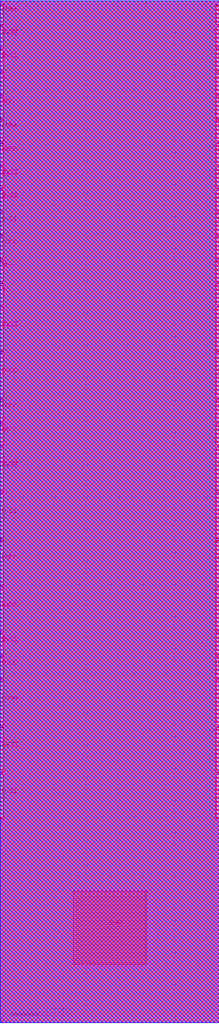
<source format=lef>
# Copyright 2022 GlobalFoundries PDK Authors
#
# Licensed under the Apache License, Version 2.0 (the "License");
# you may not use this file except in compliance with the License.
# You may obtain a copy of the License at
#
#     http://www.apache.org/licenses/LICENSE-2.0
#
# Unless required by applicable law or agreed to in writing, software
# distributed under the License is distributed on an "AS IS" BASIS,
# WITHOUT WARRANTIES OR CONDITIONS OF ANY KIND, either express or implied.
# See the License for the specific language governing permissions and
# limitations under the License.

MACRO gf180mcu_fd_io__in_c
  CLASS PAD INPUT ;
  ORIGIN 0 0 ;
  FOREIGN gf180mcu_fd_io__in_c 0 0 ;
  SIZE 75 BY 350 ;
  SYMMETRY X Y R90 ;
  SITE GF_IO_Site ;
    PIN PAD
        DIRECTION INPUT ;
        USE SIGNAL ;
        PORT
        LAYER Metal5  ;
        RECT 25.000 20.000 50.000 45.000 ;
        END
    END PAD
  PIN PD
    DIRECTION INPUT ;
    USE SIGNAL ;
    ANTENNADIFFAREA 1 LAYER Metal2 ;
      ANTENNAGATEAREA 10.5 LAYER Metal2 ;
    PORT
        CLASS CORE ;
      LAYER Metal2 ;
        RECT 10.33 349.62 10.71 350 ;
    END
  END PD
  PIN PU
    DIRECTION INPUT ;
    USE SIGNAL ;
    ANTENNADIFFAREA 2.98 LAYER Metal2 ;
      ANTENNAGATEAREA 7.35 LAYER Metal2 ;
    PORT
        CLASS CORE ;
      LAYER Metal2 ;
        RECT 5.965 349.62 6.345 350 ;
    END
  END PU
  PIN Y
    DIRECTION OUTPUT ;
    USE SIGNAL ;
    ANTENNADIFFAREA 7.8 LAYER Metal2 ;
    PORT
        CLASS CORE ;
      LAYER Metal2 ;
        RECT 70.86 349.62 71.24 350 ;
    END
  END Y
  PIN DVDD
    DIRECTION INOUT ;
    USE POWER ;
    PORT
      LAYER Metal5 ;
        RECT 74 118 75 125 ;
    END
    PORT
      LAYER Metal5 ;
        RECT 74 182 75 197 ;
    END
    PORT
      LAYER Metal5 ;
        RECT 74 166 75 181 ;
    END
    PORT
      LAYER Metal5 ;
        RECT 74 150 75 165 ;
    END
    PORT
      LAYER Metal5 ;
        RECT 74 134 75 149 ;
    END
    PORT
      LAYER Metal5 ;
        RECT 74 214 75 229 ;
    END
    PORT
      LAYER Metal5 ;
        RECT 74 206 75 213 ;
    END
    PORT
      LAYER Metal5 ;
        RECT 74 278 75 285 ;
    END
    PORT
      LAYER Metal5 ;
        RECT 74 270 75 277 ;
    END
    PORT
      LAYER Metal5 ;
        RECT 74 262 75 269 ;
    END
    PORT
      LAYER Metal5 ;
        RECT 74 294 75 301 ;
    END
    PORT
      LAYER Metal5 ;
        RECT 74 334 75 341 ;
    END
    PORT
      LAYER Metal4 ;
        RECT 74 118 75 125 ;
    END
    PORT
      LAYER Metal4 ;
        RECT 74 182 75 197 ;
    END
    PORT
      LAYER Metal4 ;
        RECT 74 166 75 181 ;
    END
    PORT
      LAYER Metal4 ;
        RECT 74 150 75 165 ;
    END
    PORT
      LAYER Metal4 ;
        RECT 74 134 75 149 ;
    END
    PORT
      LAYER Metal4 ;
        RECT 74 214 75 229 ;
    END
    PORT
      LAYER Metal4 ;
        RECT 74 206 75 213 ;
    END
    PORT
      LAYER Metal4 ;
        RECT 74 278 75 285 ;
    END
    PORT
      LAYER Metal4 ;
        RECT 74 270 75 277 ;
    END
    PORT
      LAYER Metal4 ;
        RECT 74 262 75 269 ;
    END
    PORT
      LAYER Metal4 ;
        RECT 74 294 75 301 ;
    END
    PORT
      LAYER Metal4 ;
        RECT 74 334 75 341 ;
    END
    PORT
      LAYER Metal3 ;
        RECT 74 118 75 125 ;
    END
    PORT
      LAYER Metal3 ;
        RECT 74 182 75 197 ;
    END
    PORT
      LAYER Metal3 ;
        RECT 74 166 75 181 ;
    END
    PORT
      LAYER Metal3 ;
        RECT 74 150 75 165 ;
    END
    PORT
      LAYER Metal3 ;
        RECT 74 134 75 149 ;
    END
    PORT
      LAYER Metal3 ;
        RECT 74 214 75 229 ;
    END
    PORT
      LAYER Metal3 ;
        RECT 74 206 75 213 ;
    END
    PORT
      LAYER Metal3 ;
        RECT 74 278 75 285 ;
    END
    PORT
      LAYER Metal3 ;
        RECT 74 270 75 277 ;
    END
    PORT
      LAYER Metal3 ;
        RECT 74 262 75 269 ;
    END
    PORT
      LAYER Metal3 ;
        RECT 74 294 75 301 ;
    END
    PORT
      LAYER Metal3 ;
        RECT 74 334 75 341 ;
    END
    PORT
      LAYER Metal3 ;
        RECT 0 334 1 341 ;
    END
    PORT
      LAYER Metal3 ;
        RECT 0 294 1 301 ;
    END
    PORT
      LAYER Metal3 ;
        RECT 0 262 1 269 ;
    END
    PORT
      LAYER Metal3 ;
        RECT 0 270 1 277 ;
    END
    PORT
      LAYER Metal3 ;
        RECT 0 278 1 285 ;
    END
    PORT
      LAYER Metal3 ;
        RECT 0 206 1 213 ;
    END
    PORT
      LAYER Metal3 ;
        RECT 0 214 1 229 ;
    END
    PORT
      LAYER Metal3 ;
        RECT 0 134 1 149 ;
    END
    PORT
      LAYER Metal3 ;
        RECT 0 150 1 165 ;
    END
    PORT
      LAYER Metal3 ;
        RECT 0 166 1 181 ;
    END
    PORT
      LAYER Metal3 ;
        RECT 0 182 1 197 ;
    END
    PORT
      LAYER Metal4 ;
        RECT 0 334 1 341 ;
    END
    PORT
      LAYER Metal4 ;
        RECT 0 294 1 301 ;
    END
    PORT
      LAYER Metal4 ;
        RECT 0 262 1 269 ;
    END
    PORT
      LAYER Metal4 ;
        RECT 0 270 1 277 ;
    END
    PORT
      LAYER Metal4 ;
        RECT 0 278 1 285 ;
    END
    PORT
      LAYER Metal4 ;
        RECT 0 206 1 213 ;
    END
    PORT
      LAYER Metal4 ;
        RECT 0 214 1 229 ;
    END
    PORT
      LAYER Metal4 ;
        RECT 0 134 1 149 ;
    END
    PORT
      LAYER Metal4 ;
        RECT 0 150 1 165 ;
    END
    PORT
      LAYER Metal4 ;
        RECT 0 166 1 181 ;
    END
    PORT
      LAYER Metal4 ;
        RECT 0 182 1 197 ;
    END
    PORT
      LAYER Metal5 ;
        RECT 0 334 1 341 ;
    END
    PORT
      LAYER Metal5 ;
        RECT 0 294 1 301 ;
    END
    PORT
      LAYER Metal5 ;
        RECT 0 262 1 269 ;
    END
    PORT
      LAYER Metal5 ;
        RECT 0 270 1 277 ;
    END
    PORT
      LAYER Metal5 ;
        RECT 0 278 1 285 ;
    END
    PORT
      LAYER Metal5 ;
        RECT 0 206 1 213 ;
    END
    PORT
      LAYER Metal5 ;
        RECT 0 214 1 229 ;
    END
    PORT
      LAYER Metal5 ;
        RECT 0 134 1 149 ;
    END
    PORT
      LAYER Metal5 ;
        RECT 0 150 1 165 ;
    END
    PORT
      LAYER Metal5 ;
        RECT 0 166 1 181 ;
    END
    PORT
      LAYER Metal5 ;
        RECT 0 182 1 197 ;
    END
    PORT
      LAYER Metal5 ;
        RECT 0 118 1 125 ;
    END
    PORT
      LAYER Metal4 ;
        RECT 0 118 1 125 ;
    END
    PORT
      LAYER Metal3 ;
        RECT 0 118 1 125 ;
    END
  END DVDD
  PIN DVSS
    DIRECTION INOUT ;
    USE GROUND ;
    PORT
      LAYER Metal5 ;
        RECT 74 102 75 117 ;
    END
    PORT
      LAYER Metal5 ;
        RECT 74 86 75 101 ;
    END
    PORT
      LAYER Metal5 ;
        RECT 74 70 75 85 ;
    END
    PORT
      LAYER Metal5 ;
        RECT 74 126 75 133 ;
    END
    PORT
      LAYER Metal5 ;
        RECT 74 198 75 205 ;
    END
    PORT
      LAYER Metal5 ;
        RECT 74 230 75 245 ;
    END
    PORT
      LAYER Metal5 ;
        RECT 74 286 75 293 ;
    END
    PORT
      LAYER Metal5 ;
        RECT 74 302 75 309 ;
    END
    PORT
      LAYER Metal5 ;
        RECT 74 326 75 333 ;
    END
    PORT
      LAYER Metal5 ;
        RECT 74 342 75 348.39 ;
    END
    PORT
      LAYER Metal4 ;
        RECT 74 102 75 117 ;
    END
    PORT
      LAYER Metal4 ;
        RECT 74 86 75 101 ;
    END
    PORT
      LAYER Metal4 ;
        RECT 74 70 75 85 ;
    END
    PORT
      LAYER Metal4 ;
        RECT 74 126 75 133 ;
    END
    PORT
      LAYER Metal4 ;
        RECT 74 198 75 205 ;
    END
    PORT
      LAYER Metal4 ;
        RECT 74 230 75 245 ;
    END
    PORT
      LAYER Metal4 ;
        RECT 74 286 75 293 ;
    END
    PORT
      LAYER Metal4 ;
        RECT 74 302 75 309 ;
    END
    PORT
      LAYER Metal4 ;
        RECT 74 326 75 333 ;
    END
    PORT
      LAYER Metal4 ;
        RECT 74 342 75 348.39 ;
    END
    PORT
      LAYER Metal3 ;
        RECT 74 102 75 117 ;
    END
    PORT
      LAYER Metal3 ;
        RECT 74 86 75 101 ;
    END
    PORT
      LAYER Metal3 ;
        RECT 74 70 75 85 ;
    END
    PORT
      LAYER Metal3 ;
        RECT 74 126 75 133 ;
    END
    PORT
      LAYER Metal3 ;
        RECT 74 198 75 205 ;
    END
    PORT
      LAYER Metal3 ;
        RECT 74 230 75 245 ;
    END
    PORT
      LAYER Metal3 ;
        RECT 74 286 75 293 ;
    END
    PORT
      LAYER Metal3 ;
        RECT 74 302 75 309 ;
    END
    PORT
      LAYER Metal3 ;
        RECT 74 326 75 333 ;
    END
    PORT
      LAYER Metal3 ;
        RECT 74 342 75 348.39 ;
    END
    PORT
      LAYER Metal3 ;
        RECT 0 342 1 348.39 ;
    END
    PORT
      LAYER Metal3 ;
        RECT 0 326 1 333 ;
    END
    PORT
      LAYER Metal3 ;
        RECT 0 302 1 309 ;
    END
    PORT
      LAYER Metal3 ;
        RECT 0 286 1 293 ;
    END
    PORT
      LAYER Metal3 ;
        RECT 0 230 1 245 ;
    END
    PORT
      LAYER Metal3 ;
        RECT 0 198 1 205 ;
    END
    PORT
      LAYER Metal3 ;
        RECT 0 126 1 133 ;
    END
    PORT
      LAYER Metal3 ;
        RECT 0 70 1 85 ;
    END
    PORT
      LAYER Metal3 ;
        RECT 0 86 1 101 ;
    END
    PORT
      LAYER Metal4 ;
        RECT 0 342 1 348.39 ;
    END
    PORT
      LAYER Metal4 ;
        RECT 0 326 1 333 ;
    END
    PORT
      LAYER Metal4 ;
        RECT 0 302 1 309 ;
    END
    PORT
      LAYER Metal4 ;
        RECT 0 286 1 293 ;
    END
    PORT
      LAYER Metal4 ;
        RECT 0 230 1 245 ;
    END
    PORT
      LAYER Metal4 ;
        RECT 0 198 1 205 ;
    END
    PORT
      LAYER Metal4 ;
        RECT 0 126 1 133 ;
    END
    PORT
      LAYER Metal4 ;
        RECT 0 70 1 85 ;
    END
    PORT
      LAYER Metal4 ;
        RECT 0 86 1 101 ;
    END
    PORT
      LAYER Metal5 ;
        RECT 0 342 1 348.39 ;
    END
    PORT
      LAYER Metal5 ;
        RECT 0 326 1 333 ;
    END
    PORT
      LAYER Metal5 ;
        RECT 0 302 1 309 ;
    END
    PORT
      LAYER Metal5 ;
        RECT 0 286 1 293 ;
    END
    PORT
      LAYER Metal5 ;
        RECT 0 230 1 245 ;
    END
    PORT
      LAYER Metal5 ;
        RECT 0 198 1 205 ;
    END
    PORT
      LAYER Metal5 ;
        RECT 0 126 1 133 ;
    END
    PORT
      LAYER Metal5 ;
        RECT 0 70 1 85 ;
    END
    PORT
      LAYER Metal5 ;
        RECT 0 86 1 101 ;
    END
    PORT
      LAYER Metal5 ;
        RECT 0 102 1 117 ;
    END
    PORT
      LAYER Metal4 ;
        RECT 0 102 1 117 ;
    END
    PORT
      LAYER Metal3 ;
        RECT 0 102 1 117 ;
    END
  END DVSS
  PIN VDD
    DIRECTION INOUT ;
    USE POWER ;
    PORT
      LAYER Metal5 ;
        RECT 74 254 75 261 ;
    END
    PORT
      LAYER Metal5 ;
        RECT 74 310 75 317 ;
    END
    PORT
      LAYER Metal4 ;
        RECT 74 254 75 261 ;
    END
    PORT
      LAYER Metal4 ;
        RECT 74 310 75 317 ;
    END
    PORT
      LAYER Metal3 ;
        RECT 74 254 75 261 ;
    END
    PORT
      LAYER Metal3 ;
        RECT 74 310 75 317 ;
    END
    PORT
      LAYER Metal3 ;
        RECT 0 310 1 317 ;
    END
    PORT
      LAYER Metal4 ;
        RECT 0 310 1 317 ;
    END
    PORT
      LAYER Metal5 ;
        RECT 0 310 1 317 ;
    END
    PORT
      LAYER Metal5 ;
        RECT 0 254 1 261 ;
    END
    PORT
      LAYER Metal4 ;
        RECT 0 254 1 261 ;
    END
    PORT
      LAYER Metal3 ;
        RECT 0 254 1 261 ;
    END
  END VDD
  PIN VSS
    DIRECTION INOUT ;
    USE GROUND ;
    PORT
      LAYER Metal5 ;
        RECT 74 246 75 253 ;
    END
    PORT
      LAYER Metal5 ;
        RECT 74 318 75 325 ;
    END
    PORT
      LAYER Metal4 ;
        RECT 74 246 75 253 ;
    END
    PORT
      LAYER Metal4 ;
        RECT 74 318 75 325 ;
    END
    PORT
      LAYER Metal3 ;
        RECT 74 246 75 253 ;
    END
    PORT
      LAYER Metal3 ;
        RECT 74 318 75 325 ;
    END
    PORT
      LAYER Metal3 ;
        RECT 0 318 1 325 ;
    END
    PORT
      LAYER Metal4 ;
        RECT 0 318 1 325 ;
    END
    PORT
      LAYER Metal5 ;
        RECT 0 318 1 325 ;
    END
    PORT
      LAYER Metal5 ;
        RECT 0 246 1 253 ;
    END
    PORT
      LAYER Metal4 ;
        RECT 0 246 1 253 ;
    END
    PORT
      LAYER Metal3 ;
        RECT 0 246 1 253 ;
    END
  END VSS
  OBS
    LAYER Metal1 ;
      RECT 0 0 75 350 ;
    LAYER Metal2 ;
      POLYGON 75 350 71.52 350 71.52 349.34 70.58 349.34 70.58 350 10.99 350 10.99 349.34 10.05 349.34 10.05 350 6.625 350 6.625 349.34 5.685 349.34 5.685 350 0 350 0 0 75 0 ;
    LAYER Metal3 ;
      POLYGON 75 69.72 73.72 69.72 73.72 85.28 75 85.28 75 85.72 73.72 85.72 73.72 101.28 75 101.28 75 101.72 73.72 101.72 73.72 117.28 75 117.28 75 117.72 73.72 117.72 73.72 125.28 75 125.28 75 125.72 73.72 125.72 73.72 133.28 75 133.28 75 133.72 73.72 133.72 73.72 149.28 75 149.28 75 149.72 73.72 149.72 73.72 165.28 75 165.28 75 165.72 73.72 165.72 73.72 181.28 75 181.28 75 181.72 73.72 181.72 73.72 197.28 75 197.28 75 197.72 73.72 197.72 73.72 205.28 75 205.28 75 205.72 73.72 205.72 73.72 213.28 75 213.28 75 213.72 73.72 213.72 73.72 229.28 75 229.28 75 229.72 73.72 229.72 73.72 245.28 75 245.28 75 245.72 73.72 245.72 73.72 253.28 75 253.28 75 253.72 73.72 253.72 73.72 261.28 75 261.28 75 261.72 73.72 261.72 73.72 269.28 75 269.28 75 269.72 73.72 269.72 73.72 277.28 75 277.28 75 277.72 73.72 277.72 73.72 285.28 75 285.28 75 285.72 73.72 285.72 73.72 293.28 75 293.28 75 293.72 73.72 293.72 73.72 301.28 75 301.28 75 301.72 73.72 301.72 73.72 309.28 75 309.28 75 309.72 73.72 309.72 73.72 317.28 75 317.28 75 317.72 73.72 317.72 73.72 325.28 75 325.28 75 325.72 73.72 325.72 73.72 333.28 75 333.28 75 333.72 73.72 333.72 73.72 341.28 75 341.28 75 341.72 73.72 341.72 73.72 348.67 75 348.67 75 350 0 350 0 348.67 1.28 348.67 1.28 341.72 0 341.72 0 341.28 1.28 341.28 1.28 333.72 0 333.72 0 333.28 1.28 333.28 1.28 325.72 0 325.72 0 325.28 1.28 325.28 1.28 317.72 0 317.72 0 317.28 1.28 317.28 1.28 309.72 0 309.72 0 309.28 1.28 309.28 1.28 301.72 0 301.72 0 301.28 1.28 301.28 1.28 293.72 0 293.72 0 293.28 1.28 293.28 1.28 285.72 0 285.72 0 285.28 1.28 285.28 1.28 277.72 0 277.72 0 277.28 1.28 277.28 1.28 269.72 0 269.72 0 269.28 1.28 269.28 1.28 261.72 0 261.72 0 261.28 1.28 261.28 1.28 253.72 0 253.72 0 253.28 1.28 253.28 1.28 245.72 0 245.72 0 245.28 1.28 245.28 1.28 229.72 0 229.72 0 229.28 1.28 229.28 1.28 213.72 0 213.72 0 213.28 1.28 213.28 1.28 205.72 0 205.72 0 205.28 1.28 205.28 1.28 197.72 0 197.72 0 197.28 1.28 197.28 1.28 181.72 0 181.72 0 181.28 1.28 181.28 1.28 165.72 0 165.72 0 165.28 1.28 165.28 1.28 149.72 0 149.72 0 149.28 1.28 149.28 1.28 133.72 0 133.72 0 133.28 1.28 133.28 1.28 125.72 0 125.72 0 125.28 1.28 125.28 1.28 117.72 0 117.72 0 117.28 1.28 117.28 1.28 101.72 0 101.72 0 101.28 1.28 101.28 1.28 85.72 0 85.72 0 85.28 1.28 85.28 1.28 69.72 0 69.72 0 0 75 0 ;
    LAYER Metal4 ;
      POLYGON 75 69.72 73.72 69.72 73.72 85.28 75 85.28 75 85.72 73.72 85.72 73.72 101.28 75 101.28 75 101.72 73.72 101.72 73.72 117.28 75 117.28 75 117.72 73.72 117.72 73.72 125.28 75 125.28 75 125.72 73.72 125.72 73.72 133.28 75 133.28 75 133.72 73.72 133.72 73.72 149.28 75 149.28 75 149.72 73.72 149.72 73.72 165.28 75 165.28 75 165.72 73.72 165.72 73.72 181.28 75 181.28 75 181.72 73.72 181.72 73.72 197.28 75 197.28 75 197.72 73.72 197.72 73.72 205.28 75 205.28 75 205.72 73.72 205.72 73.72 213.28 75 213.28 75 213.72 73.72 213.72 73.72 229.28 75 229.28 75 229.72 73.72 229.72 73.72 245.28 75 245.28 75 245.72 73.72 245.72 73.72 253.28 75 253.28 75 253.72 73.72 253.72 73.72 261.28 75 261.28 75 261.72 73.72 261.72 73.72 269.28 75 269.28 75 269.72 73.72 269.72 73.72 277.28 75 277.28 75 277.72 73.72 277.72 73.72 285.28 75 285.28 75 285.72 73.72 285.72 73.72 293.28 75 293.28 75 293.72 73.72 293.72 73.72 301.28 75 301.28 75 301.72 73.72 301.72 73.72 309.28 75 309.28 75 309.72 73.72 309.72 73.72 317.28 75 317.28 75 317.72 73.72 317.72 73.72 325.28 75 325.28 75 325.72 73.72 325.72 73.72 333.28 75 333.28 75 333.72 73.72 333.72 73.72 341.28 75 341.28 75 341.72 73.72 341.72 73.72 348.67 75 348.67 75 350 0 350 0 348.67 1.28 348.67 1.28 341.72 0 341.72 0 341.28 1.28 341.28 1.28 333.72 0 333.72 0 333.28 1.28 333.28 1.28 325.72 0 325.72 0 325.28 1.28 325.28 1.28 317.72 0 317.72 0 317.28 1.28 317.28 1.28 309.72 0 309.72 0 309.28 1.28 309.28 1.28 301.72 0 301.72 0 301.28 1.28 301.28 1.28 293.72 0 293.72 0 293.28 1.28 293.28 1.28 285.72 0 285.72 0 285.28 1.28 285.28 1.28 277.72 0 277.72 0 277.28 1.28 277.28 1.28 269.72 0 269.72 0 269.28 1.28 269.28 1.28 261.72 0 261.72 0 261.28 1.28 261.28 1.28 253.72 0 253.72 0 253.28 1.28 253.28 1.28 245.72 0 245.72 0 245.28 1.28 245.28 1.28 229.72 0 229.72 0 229.28 1.28 229.28 1.28 213.72 0 213.72 0 213.28 1.28 213.28 1.28 205.72 0 205.72 0 205.28 1.28 205.28 1.28 197.72 0 197.72 0 197.28 1.28 197.28 1.28 181.72 0 181.72 0 181.28 1.28 181.28 1.28 165.72 0 165.72 0 165.28 1.28 165.28 1.28 149.72 0 149.72 0 149.28 1.28 149.28 1.28 133.72 0 133.72 0 133.28 1.28 133.28 1.28 125.72 0 125.72 0 125.28 1.28 125.28 1.28 117.72 0 117.72 0 117.28 1.28 117.28 1.28 101.72 0 101.72 0 101.28 1.28 101.28 1.28 85.72 0 85.72 0 85.28 1.28 85.28 1.28 69.72 0 69.72 0 0 75 0 ;
    LAYER Metal5 ;
      POLYGON 75 69.72 73.72 69.72 73.72 85.28 75 85.28 75 85.72 73.72 85.72 73.72 101.28 75 101.28 75 101.72 73.72 101.72 73.72 117.28 75 117.28 75 117.72 73.72 117.72 73.72 125.28 75 125.28 75 125.72 73.72 125.72 73.72 133.28 75 133.28 75 133.72 73.72 133.72 73.72 149.28 75 149.28 75 149.72 73.72 149.72 73.72 165.28 75 165.28 75 165.72 73.72 165.72 73.72 181.28 75 181.28 75 181.72 73.72 181.72 73.72 197.28 75 197.28 75 197.72 73.72 197.72 73.72 205.28 75 205.28 75 205.72 73.72 205.72 73.72 213.28 75 213.28 75 213.72 73.72 213.72 73.72 229.28 75 229.28 75 229.72 73.72 229.72 73.72 245.28 75 245.28 75 245.72 73.72 245.72 73.72 253.28 75 253.28 75 253.72 73.72 253.72 73.72 261.28 75 261.28 75 261.72 73.72 261.72 73.72 269.28 75 269.28 75 269.72 73.72 269.72 73.72 277.28 75 277.28 75 277.72 73.72 277.72 73.72 285.28 75 285.28 75 285.72 73.72 285.72 73.72 293.28 75 293.28 75 293.72 73.72 293.72 73.72 301.28 75 301.28 75 301.72 73.72 301.72 73.72 309.28 75 309.28 75 309.72 73.72 309.72 73.72 317.28 75 317.28 75 317.72 73.72 317.72 73.72 325.28 75 325.28 75 325.72 73.72 325.72 73.72 333.28 75 333.28 75 333.72 73.72 333.72 73.72 341.28 75 341.28 75 341.72 73.72 341.72 73.72 348.67 75 348.67 75 350 0 350 0 348.67 1.28 348.67 1.28 341.72 0 341.72 0 341.28 1.28 341.28 1.28 333.72 0 333.72 0 333.28 1.28 333.28 1.28 325.72 0 325.72 0 325.28 1.28 325.28 1.28 317.72 0 317.72 0 317.28 1.28 317.28 1.28 309.72 0 309.72 0 309.28 1.28 309.28 1.28 301.72 0 301.72 0 301.28 1.28 301.28 1.28 293.72 0 293.72 0 293.28 1.28 293.28 1.28 285.72 0 285.72 0 285.28 1.28 285.28 1.28 277.72 0 277.72 0 277.28 1.28 277.28 1.28 269.72 0 269.72 0 269.28 1.28 269.28 1.28 261.72 0 261.72 0 261.28 1.28 261.28 1.28 253.72 0 253.72 0 253.28 1.28 253.28 1.28 245.72 0 245.72 0 245.28 1.28 245.28 1.28 229.72 0 229.72 0 229.28 1.28 229.28 1.28 213.72 0 213.72 0 213.28 1.28 213.28 1.28 205.72 0 205.72 0 205.28 1.28 205.28 1.28 197.72 0 197.72 0 197.28 1.28 197.28 1.28 181.72 0 181.72 0 181.28 1.28 181.28 1.28 165.72 0 165.72 0 165.28 1.28 165.28 1.28 149.72 0 149.72 0 149.28 1.28 149.28 1.28 133.72 0 133.72 0 133.28 1.28 133.28 1.28 125.72 0 125.72 0 125.28 1.28 125.28 1.28 117.72 0 117.72 0 117.28 1.28 117.28 1.28 101.72 0 101.72 0 101.28 1.28 101.28 1.28 85.72 0 85.72 0 85.28 1.28 85.28 1.28 69.72 0 69.72 0 0 75 0 ;
    LAYER Via1 ;
      RECT 0 0 75 350 ;
    LAYER Via2 ;
      RECT 0 0 75 350 ;
    LAYER Via3 ;
      RECT 0 0 75 350 ;
    LAYER Via4 ;
      RECT 0 0 75 350 ;
  END

END gf180mcu_fd_io__in_c

</source>
